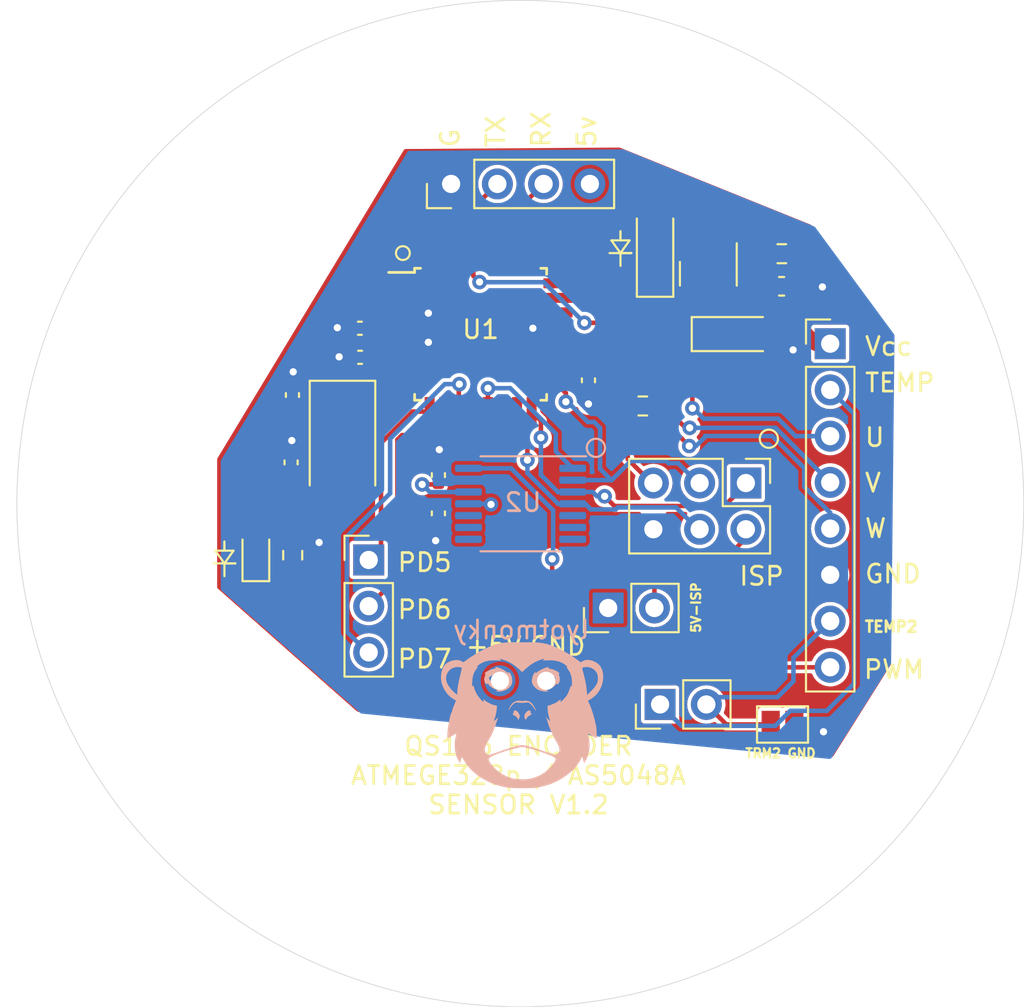
<source format=kicad_pcb>
(kicad_pcb (version 20211014) (generator pcbnew)
  (layers (0 "F.Cu" signal) (31 "B.Cu" signal) (34 "B.Paste" user) (35 "F.Paste" user) (36 "B.SilkS" user "B.Silkscreen") (37 "F.SilkS" user "F.Silkscreen") (38 "B.Mask" user) (39 "F.Mask" user) (44 "Edge.Cuts" user))
  (net 0 "")
  (net 1 "Vcc")
  (net 2 "GND")
  (net 3 "+5V")
  (net 4 "XTAL1")
  (net 5 "XTAL2")
  (net 6 "+3V3")
  (net 7 "Net-(D1-Pad2)")
  (net 8 "Net-(D2-Pad1)")
  (net 9 "MISO")
  (net 10 "ISP_5V")
  (net 11 "SCK")
  (net 12 "MOSI")
  (net 13 "RESET")
  (net 14 "TX")
  (net 15 "RX")
  (net 16 "TRM1")
  (net 17 "TRM2")
  (net 18 "PD5")
  (net 19 "PD6")
  (net 20 "PD7")
  (net 21 "U")
  (net 22 "V")
  (net 23 "W")
  (net 27 "SND")
  (net 31 "PWM")
  (net 36 "CS")
  (footprint "Jumper:SolderJumper-2_P1.3mm_Open_Pad1.0x1.5mm" (layer "F.Cu") (at 159.25 116.7 180)
    (fp_text reference "JP1" hide)
    (fp_text value "SolderJumper_2_Open")
  )
  (footprint "Capacitor_SMD:C_0402_1005Metric" (layer "F.Cu") (at 140.35 103 90)
    (fp_text reference "C9" hide)
    (fp_text value "10")
  )
  (footprint "Connector_PinHeader_2.54mm:PinHeader_1x04_P2.54mm_Vertical" (layer "F.Cu") (at 141.05 87 90)
    (fp_text reference "J1" hide)
    (fp_text value "Conn_01x04")
  )
  (footprint "Connector_PinHeader_2.54mm:PinHeader_1x08_P2.54mm_Vertical" (layer "F.Cu") (at 161.86786 95.77857)
    (fp_text reference "J5" hide)
    (fp_text value "Conn_01x08")
  )
  (footprint "LED_SMD:LED_0603_1608Metric" (layer "F.Cu") (at 130.3268 107.3402 90)
    (fp_text reference "D2" hide)
    (fp_text value "RED_LED")
  )
  (footprint "Resistor_SMD:R_0603_1608Metric" (layer "F.Cu") (at 159.2098 90.8344)
    (fp_text reference "R1" hide)
    (fp_text value "100k")
  )
  (footprint "Connector_PinHeader_2.54mm:myPinHeader_1x02_P2.54mm_Vertical" (layer "F.Cu") (at 143.73 114.3 90)
    (fp_text reference "J2" hide)
    (fp_text value "Conn_01x02")
  )
  (footprint "Package_QFP:TQFP-32_7x7mm_P0.8mm" (layer "F.Cu") (at 142.67 95.26)
    (fp_text reference "U1" hide)
    (fp_text value "ATmega328P-AU")
  )
  (footprint "Capacitor_SMD:C_0402_1005Metric" (layer "F.Cu") (at 136.05 96.525 180)
    (fp_text reference "C5" hide)
    (fp_text value "100n")
  )
  (footprint "MountingHole:MountingHole_4.3mm_M4" (layer "F.Cu") (at 156.84 125.275)
    (fp_text reference "REF**" hide)
    (fp_text value "MountingHole_4.3mm_M4")
  )
  (footprint "MountingHole:MountingHole_4.3mm_M4" (layer "F.Cu") (at 156.85 83.75)
    (fp_text reference "REF**" hide)
    (fp_text value "MountingHole_4.3mm_M4")
  )
  (footprint "MountingHole:MountingHole_4.3mm_M4" (layer "F.Cu") (at 120.85 104.56)
    (fp_text reference "REF**" hide)
    (fp_text value "MountingHole_4.3mm_M4")
  )
  (footprint "Capacitor_SMD:C_0402_1005Metric" (layer "F.Cu") (at 148.59 97.79 -90)
    (fp_text reference "C3" hide)
    (fp_text value "100n")
  )
  (footprint "Capacitor_SMD:C_0603_1608Metric" (layer "F.Cu") (at 159.1998 92.6244)
    (fp_text reference "C1" hide)
    (fp_text value "100n")
  )
  (footprint "Connector_PinSocket_2.54mm:isp_6pin" (layer "F.Cu") (at 157.2358 106.034 -90)
    (fp_text reference "ISP1" hide)
    (fp_text value "Conn_02x03_Top_Bottom")
  )
  (footprint "Capacitor_SMD:C_0402_1005Metric" (layer "F.Cu") (at 132.3348 98.5994 90)
    (fp_text reference "C6" hide)
    (fp_text value "20p")
  )
  (footprint "Capacitor_Tantalum_SMD:CP_EIA-3216-18_Kemet-A" (layer "F.Cu") (at 156.5748 95.2494)
    (fp_text reference "C2" hide)
    (fp_text value "4.7")
  )
  (footprint "Resistor_SMD:R_0603_1608Metric" (layer "F.Cu") (at 151.575 99.2)
    (fp_text reference "R2" hide)
    (fp_text value "10k")
  )
  (footprint "Capacitor_SMD:C_0402_1005Metric" (layer "F.Cu") (at 132.26 102.3 90)
    (fp_text reference "C7" hide)
    (fp_text value "20p")
  )
  (footprint "Resistor_SMD:R_0603_1608Metric" (layer "F.Cu") (at 132.3498 107.3994 -90)
    (fp_text reference "R3" hide)
    (fp_text value "20k")
  )
  (footprint "Capacitor_SMD:C_0402_1005Metric" (layer "F.Cu") (at 136.04 94.93 180)
    (fp_text reference "C4" hide)
    (fp_text value "100n")
  )
  (footprint "Connector_PinHeader_2.54mm:PinHeader_1x02_P2.54mm_Vertical" (layer "F.Cu") (at 149.675 110.3 90)
    (fp_text reference "J6" hide)
    (fp_text value "Conn_01x02")
  )
  (footprint "Crystal:Crystal_SMD_5032-2Pin_5.0x3.2mm" (layer "F.Cu") (at 135.0848 100.8644 -90)
    (fp_text reference "Y1" hide)
    (fp_text value "Crystal")
  )
  (footprint "Capacitor_SMD:C_0402_1005Metric" (layer "F.Cu") (at 140.35 105.1 -90)
    (fp_text reference "C8" hide)
    (fp_text value "100n")
  )
  (footprint "Package_TO_SOT_SMD:SOT-23" (layer "F.Cu") (at 155.1748 91.9344 -90)
    (fp_text reference "Q1" hide)
    (fp_text value "Si2319CDS")
  )
  (footprint "Diode_SMD:D_MiniMELF" (layer "F.Cu") (at 152.25 90.65 90)
    (fp_text reference "D1" hide)
    (fp_text value "BZV55C6V2")
  )
  (footprint "Connector_PinHeader_2.54mm:PinHeader_1x03_P2.54mm_Vertical" (layer "F.Cu") (at 136.5244 107.66)
    (fp_text reference "J4" hide)
    (fp_text value "Conn_01x03")
  )
  (footprint "Connector_PinHeader_2.54mm:PinHeader_1x02_P2.54mm_Vertical" (layer "F.Cu") (at 152.525 115.6 90)
    (fp_text reference "J3" hide)
    (fp_text value "Conn_01x02_Male")
  )
  (footprint "Package_SO:TSSOP-14_4.4x5mm_P0.65mm" (layer "B.Cu") (at 144.8625 104.575 180)
    (fp_text reference "U2" hide)
    (fp_text value "AS5048A")
  )
  (footprint "431181015816:monkey" (layer "B.Cu") (at 145.03 116.25 180)
    (fp_text reference "G***")
    (fp_text value "LOGO" hide)
  )
  (gr_line (start 145.7619 103.95238) (end 145.7619 104.7619) (layer "B.SilkS") (width 0.15))
  (gr_line (start 144.19048 104.14286) (end 144.19048 104.2381) (layer "B.SilkS") (width 0.15))
  (gr_line (start 144.71429 104) (end 144.61905 103.95238) (layer "B.SilkS") (width 0.15))
  (gr_line (start 145.2381 104.85714) (end 145.19048 104.7619) (layer "B.SilkS") (width 0.15))
  (gr_line (start 145.71429 104.85714) (end 145.66667 104.90476) (layer "B.SilkS") (width 0.15))
  (gr_line (start 145.38095 104.95238) (end 145.28571 104.90476) (layer "B.SilkS") (width 0.15))
  (gr_line (start 144.7619 104.04762) (end 144.71429 104) (layer "B.SilkS") (width 0.15))
  (gr_line (start 145.57143 104.95238) (end 145.38095 104.95238) (layer "B.SilkS") (width 0.15))
  (gr_line (start 144.2381 104.04762) (end 144.19048 104.14286) (layer "B.SilkS") (width 0.15))
  (gr_line (start 144.2381 104.38095) (end 144.80952 104.95238) (layer "B.SilkS") (width 0.15))
  (gr_line (start 145.7619 104.7619) (end 145.71429 104.85714) (layer "B.SilkS") (width 0.15))
  (gr_line (start 145.28571 104.90476) (end 145.2381 104.85714) (layer "B.SilkS") (width 0.15))
  (gr_line (start 145.66667 104.90476) (end 145.57143 104.95238) (layer "B.SilkS") (width 0.15))
  (gr_line (start 144.80952 104.95238) (end 144.19048 104.95238) (layer "B.SilkS") (width 0.15))
  (gr_line (start 145.19048 104.7619) (end 145.19048 103.95238) (layer "B.SilkS") (width 0.15))
  (gr_circle (center 149 101.5) (end 149.5 101.5) (layer "B.SilkS") (width 0.12) (fill none))
  (gr_line (start 144.61905 103.95238) (end 144.38095 103.95238) (layer "B.SilkS") (width 0.15))
  (gr_line (start 144.19048 104.2381) (end 144.2381 104.38095) (layer "B.SilkS") (width 0.15))
  (gr_line (start 144.28571 104) (end 144.2381 104.04762) (layer "B.SilkS") (width 0.15))
  (gr_line (start 144.38095 103.95238) (end 144.28571 104) (layer "B.SilkS") (width 0.15))
  (gr_line (start 164.21786 96.38095) (end 164.55119 95.38095) (layer "F.SilkS") (width 0.15))
  (gr_line (start 165.88453 95.71428) (end 166.075 95.71428) (layer "F.SilkS") (width 0.15))
  (gr_line (start 142.38429 95.40476) (end 142.4319 95.35714) (layer "F.SilkS") (width 0.15))
  (gr_line (start 145.92857 84.2619) (end 145.97619 84.35714) (layer "F.SilkS") (width 0.15))
  (gr_line (start 165.69405 95.90476) (end 165.74167 95.80952) (layer "F.SilkS") (width 0.15))
  (gr_line (start 138.88571 107.34762) (end 138.93333 107.44286) (layer "F.SilkS") (width 0.15))
  (gr_line (start 149.85 90.1) (end 150.85 90.1) (layer "F.SilkS") (width 0.12))
  (gr_line (start 139.3619 113.55238) (end 139.3619 112.55238) (layer "F.SilkS") (width 0.15))
  (gr_line (start 145.9881 112.85238) (end 146.13096 112.80476) (layer "F.SilkS") (width 0.15))
  (gr_line (start 143.34524 112.28095) (end 143.44048 112.23333) (layer "F.SilkS") (width 0.15))
  (gr_line (start 148.38095 84.73809) (end 148.33333 84.64286) (layer "F.SilkS") (width 0.15))
  (gr_line (start 165.33215 111) (end 165.33215 111.6) (layer "F.SilkS") (width 0.15))
  (gr_line (start 138.88571 110.27595) (end 138.8381 110.32357) (layer "F.SilkS") (width 0.15))
  (gr_line (start 164.93215 111) (end 165.13215 111.42857) (layer "F.SilkS") (width 0.15))
  (gr_line (start 165.21786 96.38095) (end 165.02738 96.38095) (layer "F.SilkS") (width 0.15))
  (gr_line (start 166.18929 111.05714) (end 166.21786 111.02857) (layer "F.SilkS") (width 0.15))
  (gr_line (start 139.88571 113.31429) (end 139.8381 113.40952) (layer "F.SilkS") (width 0.15))
  (gr_line (start 143.44048 112.23333) (end 143.67857 112.23333) (layer "F.SilkS") (width 0.15))
  (gr_line (start 148.33333 84.40476) (end 148.38095 84.30952) (layer "F.SilkS") (width 0.15))
  (gr_line (start 139.3619 107.25238) (end 139.6 107.25238) (layer "F.SilkS") (width 0.15))
  (gr_line (start 145.60715 112.09048) (end 145.55953 112.28095) (layer "F.SilkS") (width 0.15))
  (gr_line (start 139.3619 112.55238) (end 139.6 112.55238) (layer "F.SilkS") (width 0.15))
  (gr_line (start 139.88571 110.60929) (end 139.8381 110.70452) (layer "F.SilkS") (width 0.15))
  (gr_line (start 164.55119 108.83333) (end 164.59881 108.78571) (layer "F.SilkS") (width 0.15))
  (gr_line (start 164.17024 107.92857) (end 164.075 108.02381) (layer "F.SilkS") (width 0.15))
  (gr_line (start 128.6 108.55) (end 128.6 107.85) (layer "F.SilkS") (width 0.12))
  (gr_line (start 165.26548 98.38095) (end 164.78929 98.38095) (layer "F.SilkS") (width 0.15))
  (gr_line (start 166.075 108.88095) (end 166.075 107.88095) (layer "F.SilkS") (width 0.15))
  (gr_line (start 166.55119 108.73809) (end 166.45596 108.83333) (layer "F.SilkS") (width 0.15))
  (gr_line (start 138.88571 107.68095) (end 138.8381 107.72857) (layer "F.SilkS") (width 0.15))
  (gr_line (start 167.21786 97.90476) (end 166.83691 97.90476) (layer "F.SilkS") (width 0.15))
  (gr_line (start 138.88571 109.94262) (end 138.93333 110.03786) (layer "F.SilkS") (width 0.15))
  (gr_line (start 143.82143 111.85238) (end 143.34524 111.85238) (layer "F.SilkS") (width 0.15))
  (gr_line (start 139.93333 110.41881) (end 139.88571 110.60929) (layer "F.SilkS") (width 0.15))
  (gr_line (start 166.075 95.71428) (end 166.17024 95.7619) (layer "F.SilkS") (width 0.15))
  (gr_line (start 140.45238 84.30952) (end 140.45238 84.45238) (layer "F.SilkS") (width 0.15))
  (gr_line (start 146.17857 112.42381) (end 145.9881 112.42381) (layer "F.SilkS") (width 0.15))
  (gr_line (start 148.95238 83.64286) (end 148.28571 83.40476) (layer "F.SilkS") (width 0.15))
  (gr_line (start 164.45596 107.88095) (end 164.3131 107.88095) (layer "F.SilkS") (width 0.15))
  (gr_line (start 143.00333 94.69048) (end 142.9081 94.7381) (layer "F.SilkS") (width 0.15))
  (gr_line (start 142.28905 95.45238) (end 142.38429 95.40476) (layer "F.SilkS") (width 0.15))
  (gr_line (start 139.3619 108.25238) (end 139.3619 107.25238) (layer "F.SilkS") (width 0.15))
  (gr_line (start 139.93333 113.12381) (end 139.88571 113.31429) (layer "F.SilkS") (width 0.15))
  (gr_line (start 164.93215 95.7619) (end 165.02738 95.71428) (layer "F.SilkS") (width 0.15))
  (gr_line (start 165.78929 95.7619) (end 165.88453 95.71428) (layer "F.SilkS") (width 0.15))
  (gr_line (start 164.38929 111.6) (end 164.38929 111) (layer "F.SilkS") (width 0.15))
  (gr_line (start 138.3619 109.84738) (end 138.74286 109.84738) (layer "F.SilkS") (width 0.15))
  (gr_line (start 147.17857 112.85238) (end 147.17857 111.85238) (layer "F.SilkS") (width 0.15))
  (gr_line (start 164.075 108.02381) (end 164.02738 108.11905) (layer "F.SilkS") (width 0.15))
  (gr_line (start 146.13096 112.80476) (end 146.17857 112.75714) (layer "F.SilkS") (width 0.15))
  (gr_line (start 165.59881 108.88095) (end 165.59881 107.88095) (layer "F.SilkS") (width 0.15))
  (gr_line (start 148.90476 84.73809) (end 148.85714 84.78571) (layer "F.SilkS") (width 0.15))
  (gr_line (start 148.42857 84.2619) (end 148.52381 84.21429) (layer "F.SilkS") (width 0.15))
  (gr_line (start 166.83691 98.38095) (end 166.83691 97.38095) (layer "F.SilkS") (width 0.15))
  (gr_line (start 139.93333 107.68095) (end 139.93333 107.82381) (layer "F.SilkS") (width 0.15))
  (gr_line (start 140.31429 110.27595) (end 140.31429 110.6569) (layer "F.SilkS") (width 0.15))
  (gr_circle (center 138.4 90.8) (end 138.78 90.8) (layer "F.SilkS") (width 0.12) (fill none))
  (gr_line (start 150.35 89.6) (end 150.35 90.1) (layer "F.SilkS") (width 0.12))
  (gr_line (start 165.93215 111.25714) (end 165.90357 111.28571) (layer "F.SilkS") (width 0.15))
  (gr_line (start 164.59881 101.19047) (end 164.59881 100.38095) (layer "F.SilkS") (width 0.15))
  (gr_line (start 147.89286 111.85238) (end 148.03572 111.9) (layer "F.SilkS") (width 0.15))
  (gr_line (start 148.22619 112.42381) (end 148.17857 112.61429) (layer "F.SilkS") (width 0.15))
  (gr_line (start 145.78571 84.16667) (end 145.88095 84.21429) (layer "F.SilkS") (width 0.15))
  (gr_line (start 165.74167 95.80952) (end 165.78929 95.7619) (layer "F.SilkS") (width 0.15))
  (gr_line (start 142.4319 95.35714) (end 142.47952 95.2619) (layer "F.SilkS") (width 0.15))
  (gr_line (start 140.88571 110.6569) (end 140.88571 110.41881) (layer "F.SilkS") (width 0.15))
  (gr_line (start 143.29762 112.32857) (end 143.34524 112.28095) (layer "F.SilkS") (width 0.15))
  (gr_line (start 148.03572 111.9) (end 148.13096 111.99524) (layer "F.SilkS") (width 0.15))
  (gr_line (start 145.5 84.2619) (end 145.54762 84.21429) (layer "F.SilkS") (width 0.15))
  (gr_line (start 143.77381 112.28095) (end 143.82143 112.32857) (layer "F.SilkS") (width 0.15))
  (gr_line (start 144.15476 111.85238) (end 144.4881 112.85238) (layer "F.SilkS") (width 0.15))
  (gr_line (start 128.6 106.65) (end 128.6 107.15) (layer "F.SilkS") (width 0.12))
  (gr_line (start 145.75 111.9) (end 145.65476 111.99524) (layer "F.SilkS") (width 0.15))
  (gr_line (start 146.60715 112.85238) (end 146.60715 111.85238) (layer "F.SilkS") (width 0.15))
  (gr_line (start 148.17857 112.09048) (end 148.22619 112.28095) (layer "F.SilkS") (width 0.15))
  (gr_line (start 165.96072 111.11428) (end 165.96072 111.2) (layer "F.SilkS") (width 0.15))
  (gr_line (start 140.8381 110.75214) (end 140.88571 110.6569) (layer "F.SilkS") (width 0.15))
  (gr_line (start 164.83691 95.90476) (end 164.88453 95.80952) (layer "F.SilkS") (width 0.15))
  (gr_line (start 148.38095 84.30952) (end 148.42857 84.2619) (layer "F.SilkS") (width 0.15))
  (gr_line (start 164.83691 96.19047) (end 164.83691 95.90476) (layer "F.SilkS") (width 0.15))
  (gr_line (start 140.45714 109.94262) (end 140.3619 110.08548) (layer "F.SilkS") (width 0.15))
  (gr_line (start 143.82143 112.75714) (end 143.77381 112.80476) (layer "F.SilkS") (width 0.15))
  (gr_line (start 164.88453 96.28571) (end 164.83691 96.19047) (layer "F.SilkS") (width 0.15))
  (gr_line (start 166.45596 108.83333) (end 166.3131 108.88095) (layer "F.SilkS") (width 0.15))
  (gr_line (start 139.93333 107.82381) (end 139.88571 108.01429) (layer "F.SilkS") (width 0.15))
  (gr_line (start 128.6 107.15) (end 128.6 106.65) (layer "F.SilkS") (width 0.12))
  (gr_line (start 140.5 84.21429) (end 140.45238 84.30952) (layer "F.SilkS") (width 0.15))
  (gr_line (start 165.69405 97.38095) (end 166.02738 98.09524) (layer "F.SilkS") (width 0.15))
  (gr_line (start 146.45238 84.16667) (end 145.97619 84.5) (layer "F.SilkS") (width 0.15))
  (gr_line (start 148.90476 84.30952) (end 148.95238 84.40476) (layer "F.SilkS") (width 0.15))
  (gr_line (start 148.22619 112.28095) (end 148.22619 112.42381) (layer "F.SilkS") (width 0.15))
  (gr_line (start 140.3619 107.25238) (end 140.31429 107.72857) (layer "F.SilkS") (width 0.15))
  (gr_line (start 165.69405 96.19047) (end 165.69405 95.90476) (layer "F.SilkS") (width 0.15))
  (gr_line (start 140.8381 107.25238) (end 140.3619 107.25238) (layer "F.SilkS") (width 0.15))
  (gr_line (start 140.26667 112.55238) (end 140.93333 112.55238) (layer "F.SilkS") (width 0.15))
  (gr_line (start 165.02738 96.38095) (end 164.93215 96.33333) (layer "F.SilkS") (width 0.15))
  (gr_line (start 139.3619 110.84738) (end 139.3619 109.84738) (layer "F.SilkS") (width 0.15))
  (gr_line (start 143.34524 112.80476) (end 143.29762 112.75714) (layer "F.SilkS") (width 0.15))
  (gr_line (start 164.02738 108.64286) (end 164.075 108.73809) (layer "F.SilkS") (width 0.15))
  (gr_line (start 140.69524 107.63333) (end 140.79048 107.68095) (layer "F.SilkS") (width 0.15))
  (gr_line (start 141.45238 84.35714) (end 141.40476 84.21429) (layer "F.SilkS") (width 0.15))
  (gr_line (start 139.6 107.25238) (end 139.74286 107.3) (layer "F.SilkS") (width 0.15))
  (gr_line (start 143.47952 95.45238) (end 142.9081 95.45238) (layer "F.SilkS") (width 0.15))
  (gr_line (start 145.55953 112.42381) (end 145.60715 112.61429) (layer "F.SilkS") (width 0.15))
  (gr_line (start 165.88453 96.38095) (end 165.78929 96.33333) (layer "F.SilkS") (width 0.15))
  (gr_line (start 140.3619 110.08548) (end 140.31429 110.27595) (layer "F.SilkS") (width 0.15))
  (gr_line (start 165.61786 111.6) (end 165.61786 111) (layer "F.SilkS") (width 0.15))
  (gr_line (start 164.78929 97.85714) (end 165.12262 97.85714) (layer "F.SilkS") (width 0.15))
  (gr_line (start 163.84643 111) (end 164.18929 111) (layer "F.SilkS") (width 0.15))
  (gr_line (start 166.64643 108.30952) (end 166.64643 108.45238) (layer "F.SilkS") (width 0.15))
  (gr_line (start 164.675 111.6) (end 164.38929 111.6) (layer "F.SilkS") (width 0.15))
  (gr_line (start 138.74286 112.55238) (end 138.8381 112.6) (layer "F.SilkS") (width 0.15))
  (gr_line (start 166.83691 97.38095) (end 167.21786 97.38095) (layer "F.SilkS") (width 0.15))
  (gr_line (start 164.55119 106.38095) (end 164.78929 105.38095) (layer "F.SilkS") (width 0.15))
  (gr_line (start 166.075 107.88095) (end 166.3131 107.88095) (layer "F.SilkS") (width 0.15))
  (gr_line (start 167.3131 97.42857) (end 167.36072 97.47619) (layer "F.SilkS") (width 0.15))
  (gr_line (start 146.03572 111.85238) (end 145.89286 111.85238) (layer "F.SilkS") (width 0.15))
  (gr_line (start 166.075 96.38095) (end 165.88453 96.38095) (layer "F.SilkS") (width 0.15))
  (gr_line (start 148.52381 84.21429) (end 148.7619 84.21429) (layer "F.SilkS") (width 0.15))
  (gr_line (start 142.95238 84.88095) (end 142.95238 84.30952) (layer "F.SilkS") (width 0.15))
  (gr_line (start 164.38929 111.28571) (end 164.58929 111.28571) (layer "F.SilkS") (width 0.15))
  (gr_line (start 143.95238 84.59524) (end 142.95238 84.59524) (layer "F.SilkS") (width 0.15))
  (gr_line (start 140.40952 110.27595) (end 140.3619 110.32357) (layer "F.SilkS") (width 0.15))
  (gr_line (start 139.6 109.84738) (end 139.74286 109.895) (layer "F.SilkS") (width 0.15))
  (gr_line (start 144.4881 112.85238) (end 144.82143 111.85238) (layer "F.SilkS") (width 0.15))
  (gr_line (start 165.02738 95.71428) (end 165.21786 95.71428) (layer "F.SilkS") (width 0.15))
  (gr_line (start 138.74286 110.37119) (end 138.3619 110.37119) (layer "F.SilkS") (width 0.15))
  (gr_line (start 138.8381 113.02857) (end 138.74286 113.07619) (layer "F.SilkS") (width 0.15))
  (gr_line (start 148.03572 112.80476) (end 147.89286 112.85238) (layer "F.SilkS") (width 0.15))
  (gr_line (start 166.50357 111.25714) (end 166.16072 111.6) (layer "F.SilkS") (width 0.15))
  (gr_line (start 145.45238 84.7381) (end 145.45238 84.35714) (layer "F.SilkS") (width 0.15))
  (gr_line (start 167.40834 97.71428) (end 167.36072 97.80952) (layer "F.SilkS") (width 0.15))
  (gr_line (start 140.31429 107.72857) (end 140.3619 107.68095) (layer "F.SilkS") (width 0.15))
  (gr_line (start 166.3131 108.88095) (end 166.075 108.88095) (layer "F.SilkS") (width 0.15))
  (gr_line (start 139.88571 108.01429) (end 139.8381 108.10952) (layer "F.SilkS") (width 0.15))
  (gr_line (start 140.88571 108.0619) (end 140.8381 108.15714) (layer "F.SilkS") (width 0.15))
  (gr_line (start 164.55119 107.92857) (end 164.45596 107.88095) (layer "F.SilkS") (width 0.15))
  (gr_line (start 145.64286 84.16667) (end 145.78571 84.16667) (layer "F.SilkS") (width 0.15))
  (gr_line (start 139.6 113.55238) (end 139.3619 113.55238) (layer "F.SilkS") (width 0.15))
  (gr_line (start 166.41786 111) (end 166.475 111.02857) (layer "F.SilkS") (width 0.15))
  (gr_line (start 167.36072 97.80952) (end 167.3131 97.85714) (layer "F.SilkS") (width 0.15))
  (gr_line (start 166.45596 107.92857) (end 166.55119 108.02381) (layer "F.SilkS") (width 0.15))
  (gr_line (start 148.13096 111.99524) (end 148.17857 112.09048) (layer "F.SilkS") (width 0.15))
  (gr_line (start 166.50357 111.05714) (end 166.53215 111.11428) (layer "F.SilkS") (width 0.15))
  (gr_line (start 142.95238 84.07143) (end 143.95238 83.40476) (layer "F.SilkS") (width 0.15))
  (gr_line (start 139.6 112.55238) (end 139.74286 112.6) (layer "F.SilkS") (width 0.15))
  (gr_line (start 146.17857 112.75714) (end 146.17857 112.42381) (layer "F.SilkS") (width 0.15))
  (gr_line (start 138.8381 110.32357) (end 138.74286 110.37119) (layer "F.SilkS") (width 0.15))
  (gr_line (start 165.93215 111.05714) (end 165.96072 111.11428) (layer "F.SilkS") (width 0.15))
  (gr_line (start 143.44048 112.85238) (end 143.34524 112.80476) (layer "F.SilkS") (width 0.15))
  (gr_line (start 165.90357 111.28571) (end 165.84643 111.31428) (layer "F.SilkS") (width 0.15))
  (gr_line (start 140.59524 84.69048) (end 140.69048 84.73809) (layer "F.SilkS") (width 0.15))
  (gr_line (start 166.64643 108.45238) (end 166.59881 108.64286) (layer "F.SilkS") (width 0.15))
  (gr_line (start 139.74286 110.79976) (end 139.6 110.84738) (layer "F.SilkS") (width 0.15))
  (gr_line (start 140.3619 110.75214) (end 140.40952 110.79976) (layer "F.SilkS") (width 0.15))
  (gr_line (start 138.74286 107.25238) (end 138.8381 107.3) (layer "F.SilkS") (width 0.15))
  (gr_line (start 145.89286 111.85238) (end 145.75 111.9) (layer "F.SilkS") (width 0.15))
  (gr_line (start 164.93215 111.6) (end 164.93215 111) (layer "F.SilkS") (width 0.15))
  (gr_line (start 164.01786 111.6) (end 164.01786 111) (layer "F.SilkS") (width 0.15))
  (gr_line (start 146.45238 84.7381) (end 145.45238 84.7381) (layer "F.SilkS") (width 0.15))
  (gr_line (start 145.75 112.80476) (end 145.89286 112.85238) (layer "F.SilkS") (width 0.15))
  (gr_line (start 138.3619 112.55238) (end 138.74286 112.55238) (layer "F.SilkS") (width 0.15))
  (gr_line (start 145.55953 112.28095) (end 145.55953 112.42381) (layer "F.SilkS") (width 0.15))
  (gr_line (start 147.89286 112.85238) (end 147.65476 112.85238) (layer "F.SilkS") (width 0.15))
  (gr_line (start 164.3131 108.88095) (end 164.40834 108.88095) (layer "F.SilkS") (width 0.15))
  (gr_line (start 145.45238 83.83333) (end 146.45238 83.16667) (layer "F.SilkS") (width 0.15))
  (gr_line (start 139.74286 107.3) (end 139.8381 107.39524) (layer "F.SilkS") (width 0.15))
  (gr_line (start 139.74286 113.50476) (end 139.6 113.55238) (layer "F.SilkS") (width 0.15))
  (gr_line (start 140.79048 110.79976) (end 140.8381 110.75214) (layer "F.SilkS") (width 0.15))
  (gr_line (start 141.35714 84.16667) (end 141.02381 84.16667) (layer "F.SilkS") (width 0.15))
  (gr_line (start 139.8381 113.40952) (end 139.74286 113.50476) (layer "F.SilkS") (width 0.15))
  (gr_line (start 164.50357 101.33333) (end 164.55119 101.28571) (layer "F.SilkS") (width 0.15))
  (gr_line (start 138.93333 110.18071) (end 138.88571 110.27595) (layer "F.SilkS") (width 0.15))
  (gr_line (start 145.65476 112.70952) (end 145.75 112.80476) (layer "F.SilkS") (width 0.15))
  (gr_line (start 165.21786 95.71428) (end 165.3131 95.7619) (layer "F.SilkS") (width 0.15))
  (gr_line (start 141.40476 84.59524) (end 141.45238 84.45238) (layer "F.SilkS") (width 0.15))
  (gr_line (start 145.89286 112.85238) (end 145.9881 112.85238) (layer "F.SilkS") (width 0.15))
  (gr_line (start 141.30952 84.69048) (end 141.40476 84.59524) (layer "F.SilkS") (width 0.15))
  (gr_line (start 143.67857 112.85238) (end 143.44048 112.85238) (layer "F.SilkS") (width 0.15))
  (gr_line (start 140.6 109.84738) (end 140.50476 109.895) (layer "F.SilkS") (width 0.15))
  (gr_line (start 163.88453 95.38095) (end 164.21786 96.38095) (layer "F.SilkS") (width 0.15))
  (gr_line (start 148.7619 84.21429) (end 148.85714 84.2619) (layer "F.SilkS") (width 0.15))
  (gr_line (start 164.17024 108.83333) (end 164.3131 108.88095) (layer "F.SilkS") (width 0.15))
  (gr_line (start 165.78929 96.33333) (end 165.74167 96.28571) (layer "F.SilkS") (width 0.15))
  (gr_line (start 141.9081 95.2619) (end 141.95571 95.35714) (layer "F.SilkS") (width 0.15))
  (gr_line (start 164.59881 108.45238) (end 164.40834 108.45238) (layer "F.SilkS") (width 0.15))
  (gr_line (start 138.3619 107.25238) (end 138.74286 107.25238) (layer "F.SilkS") (width 0.15))
  (gr_line (start 140.88095 84.78571) (end 141.02381 84.78571) (layer "F.SilkS") (width 0.15))
  (gr_line (start 139.8381 107.39524) (end 139.88571 107.49048) (layer "F.SilkS") (width 0.15))
  (gr_line (start 166.59881 108.64286) (end 166.55119 108.73809) (layer "F.SilkS") (width 0.15))
  (gr_line (start 164.075 101.28571) (end 164.12262 101.33333) (layer "F.SilkS") (width 0.15))
  (gr_line (start 165.84643 111.31428) (end 165.61786 111.31428) (layer "F.SilkS") (width 0.15))
  (gr_line (start 139.8381 112.69524) (end 139.88571 112.79048) (layer "F.SilkS") (width 0.15))
  (gr_line (start 143.19381 94.45238) (end 143.09857 94.59524) (layer "F.SilkS") (width 0.15))
  (gr_line (start 139.93333 110.27595) (end 139.93333 110.41881) (layer "F.SilkS") (width 0.15))
  (gr_line (start 139.93333 112.98095) (end 139.93333 113.12381) (layer "F.SilkS") (width 0.15))
  (gr_line (start 141.95571 95.35714) (end 142.00333 95.40476) (layer "F.SilkS") (width 0.15))
  (gr_line (start 164.78929 98.38095) (end 164.78929 97.38095) (layer "F.SilkS") (width 0.15))
  (gr_line (start 141.02381 84.78571) (end 141.21429 84.73809) (layer "F.SilkS") (width 0.15))
  (gr_line (start 148.42857 84.78571) (end 148.38095 84.73809) (layer "F.SilkS") (width 0.15))
  (gr_line (start 150.35 90.8) (end 150.85 90.1) (layer "F.SilkS") (width 0.12))
  (gr_line (start 166.36072 97.38095) (end 166.36072 98.38095) (layer "F.SilkS") (width 0.15))
  (gr_line (start 145.54762 84.21429) (end 145.64286 84.16667) (layer "F.SilkS") (width 0.15))
  (gr_line (start 165.02738 108.88095) (end 165.02738 107.88095) (layer "F.SilkS") (width 0.15))
  (gr_line (start 148.17857 112.61429) (end 148.13096 112.70952) (layer "F.SilkS") (width 0.15))
  (gr_line (start 140.79048 108.20476) (end 140.69524 108.25238) (layer "F.SilkS") (width 0.15))
  (gr_line (start 166.3131 107.88095) (end 166.45596 107.92857) (layer "F.SilkS") (width 0.15))
  (gr_line (start 138.8381 112.6) (end 138.88571 112.64762) (layer "F.SilkS") (width 0.15))
  (gr_line (start 145.65476 111.99524) (end 145.60715 112.09048) (layer "F.SilkS") (width 0.15))
  (gr_line (start 148.85714 84.2619) (end 148.90476 84.30952) (layer "F.SilkS") (width 0.15))
  (gr_line (start 148.95238 84.40476) (end 148.95238 84.64286) (layer "F.SilkS") (width 0.15))
  (gr_line (start 143.77381 112.80476) (end 143.67857 112.85238) (layer "F.SilkS") (width 0.15))
  (gr_line (start 165.02738 107.88095) (end 165.59881 108.88095) (layer "F.SilkS") (width 0.15))
  (gr_line (start 141.40476 84.21429) (end 141.35714 84.16667) (layer "F.SilkS") (width 0.15))
  (gr_line (start 140.79048 109.84738) (end 140.6 109.84738) (layer "F.SilkS") (width 0.15))
  (gr_line (start 140.45714 108.25238) (end 140.3619 108.20476) (layer "F.SilkS") (width 0.15))
  (gr_line (start 145.60715 112.61429) (end 145.65476 112.70952) (layer "F.SilkS") (width 0.15))
  (gr_line (start 138.93333 107.44286) (end 138.93333 107.58571) (layer "F.SilkS") (width 0.15))
  (gr_line (start 138.93333 110.03786) (end 138.93333 110.18071) (layer "F.SilkS") (width 0.15))
  (gr_line (start 139.6 110.84738) (end 139.3619 110.84738) (layer "F.SilkS") (width 0.15))
  (gr_line (start 142.10715 112.47143) (end 142.86905 112.47143) (layer "F.SilkS") (width 0.15))
  (gr_line (start 140.5 84.59524) (end 140.59524 84.69048) (layer "F.SilkS") (width 0.15))
  (gr_line (start 166.275 111) (end 166.41786 111) (layer "F.SilkS") (width 0.15))
  (gr_line (start 138.3619 110.84738) (end 138.3619 109.84738) (layer "F.SilkS") (width 0.15))
  (gr_line (start 164.3131 107.88095) (end 164.17024 107.92857) (layer "F.SilkS") (width 0.15))
  (gr_line (start 138.93333 112.88571) (end 138.88571 112.98095) (layer "F.SilkS") (width 0.15))
  (gr_line (start 150.35 90.1) (end 150.35 89.6) (layer "F.SilkS") (width 0.12))
  (gr_line (start 128.1 107.15) (end 128.6 107.85) (layer "F.SilkS") (width 0.12))
  (gr_line (start 128.1 107.15) (end 129.1 107.15) (layer "F.SilkS") (width 0.12))
  (gr_line (start 150.35 91.5) (end 150.35 90.8) (layer "F.SilkS") (width 0.12))
  (gr_line (start 139.88571 112.79048) (end 139.93333 112.98095) (layer "F.SilkS") (width 0.15))
  (gr_line (start 138.8381 107.3) (end 138.88571 107.34762) (layer "F.SilkS") (width 0.15))
  (gr_line (start 147.95238 84.73809) (end 148.42857 84.78571) (layer "F.SilkS") (width 0.15))
  (gr_line (start 140.50476 110.84738) (end 140.69524 110.84738) (layer "F.SilkS") (width 0.15))
  (gr_line (start 140.93333 112.55238) (end 140.50476 113.55238) (layer "F.SilkS") (width 0.15))
  (gr_line (start 146.13096 111.9) (end 146.03572 111.85238) (layer "F.SilkS") (width 0.15))
  (gr_line (start 148.28571 83.88095) (end 148.95238 83.64286) (layer "F.SilkS") (width 0.15))
  (gr_line (start 142.09857 95.45238) (end 142.28905 95.45238) (layer "F.SilkS") (width 0.15))
  (gr_line (start 165.96072 111.2) (end 165.93215 111.25714) (layer "F.SilkS") (width 0.15))
  (gr_line (start 141.45238 84.45238) (end 141.45238 84.35714) (layer "F.SilkS") (width 0.15))
  (gr_line (start 166.17024 96.33333) (end 166.075 96.38095) (layer "F.SilkS") (width 0.15))
  (gr_line (start 143.09857 94.59524) (end 143.00333 94.69048) (layer "F.SilkS") (width 0.15))
  (gr_line (start 164.78929 97.38095) (end 165.26548 97.38095) (layer "F.SilkS") (width 0.15))
  (gr_line (start 128 107.85) (end 129.2 107.85) (layer "F.SilkS") (width 0.12))
  (gr_line (start 139.8381 109.99024) (end 139.88571 110.08548) (layer "F.SilkS") (width 0.15))
  (gr_line (start 138.74286 113.07619) (end 138.3619 113.07619) (layer "F.SilkS") (width 0.15))
  (gr_line (start 140.3619 108.20476) (end 140.31429 108.15714) (layer "F.SilkS") (width 0.15))
  (gr_line (start 143.67857 112.23333) (end 143.77381 112.28095) (layer "F.SilkS") (width 0.15))
  (gr_line (start 145.45238 83.16667) (end 146.45238 83.83333) (layer "F.SilkS") (width 0.15))
  (gr_line (start 143.86905 112.42381) (end 143.86905 112.6619) (layer "F.SilkS") (width 0.15))
  (gr_line (start 164.02738 101.19047) (end 164.075 101.28571) (layer "F.SilkS") (width 0.15))
  (gr_line (start 142.95238 83.40476) (end 143.95238 84.07143) (layer "F.SilkS") (width 0.15))
  (gr_line (start 140.31429 110.6569) (end 140.3619 110.75214) (layer "F.SilkS") (width 0.15))
  (gr_line (start 147.65476 112.85238) (end 147.65476 111.85238) (layer "F.SilkS") (width 0.15))
  (gr_line (start 149.85 90.1) (end 150.35 90.8) (layer "F.SilkS") (width 0.12))
  (gr_line (start 138.88571 112.98095) (end 138.8381 113.02857) (layer "F.SilkS") (width 0.15))
  (gr_line (start 166.475 111.02857) (end 166.50357 111.05714) (layer "F.SilkS") (width 0.15))
  (gr_line (start 165.61786 111) (end 165.84643 111) (layer "F.SilkS") (width 0.15))
  (gr_line (start 142.4881 112.85238) (end 142.4881 112.09048) (layer "F.SilkS") (width 0.15))
  (gr_line (start 148.95238 84.64286) (end 148.90476 84.73809) (layer "F.SilkS") (width 0.15))
  (gr_line (start 167.36072 97.47619) (end 167.40834 97.57143) (layer "F.SilkS") (width 0.15))
  (gr_line (start 163.97976 108.45238) (end 164.02738 108.64286) (layer "F.SilkS") (width 0.15))
  (gr_line (start 146.60715 111.85238) (end 147.17857 112.85238) (layer "F.SilkS") (width 0.15))
  (gr_line (start 138.93333 112.74286) (end 138.93333 112.88571) (layer "F.SilkS") (width 0.15))
  (gr_line (start 141.9081 94.45238) (end 141.9081 95.2619) (layer "F.SilkS") (width 0.15))
  (gr_line (start 147.95238 84.2619) (end 147.95238 84.73809) (layer "F.SilkS") (width 0.15))
  (gr_line (start 142.47952 95.2619) (end 142.47952 94.45238) (layer "F.SilkS") (width 0.15))
  (gr_line (start 140.3619 110.32357) (end 140.31429 110.41881) (layer "F.SilkS") (width 0.15))
  (gr_line (start 138.74286 107.77619) (end 138.3619 107.77619) (layer "F.SilkS") (width 0.15))
  (gr_line (start 164.02738 108.11905) (end 163.97976 108.30952) (layer "F.SilkS") (width 0.15))
  (gr_line (start 140.8381 108.15714) (end 140.79048 108.20476) (layer "F.SilkS") (width 0.15))
  (gr_line (start 145.45238 84.35714) (end 145.5 84.2619) (layer "F.SilkS") (width 0.15))
  (gr_line (start 140.69524 108.25238) (end 140.45714 108.25238) (layer "F.SilkS") (width 0.15))
  (gr_line (start 138.74286 109.84738) (end 138.8381 109.895) (layer "F.SilkS") (width 0.15))
  (gr_line (start 143.19381 95.45238) (end 143.19381 94.45238) (layer "F.SilkS") (width 0.15))
  (gr_line (start 140.8381 107.72857) (end 140.88571 107.82381) (layer "F.SilkS") (width 0.15))
  (gr_line (start 164.38929 111) (end 164.675 111) (layer "F.SilkS") (width 0.15))
  (gr_line (start 139.74286 109.895) (end 139.8381 109.99024) (layer "F.SilkS") (width 0.15))
  (gr_line (start 165.84643 111) (end 165.90357 111.02857) (layer "F.SilkS") (width 0.15))
  (gr_line (start 143.86905 112.6619) (end 143.82143 112.75714) (layer "F.SilkS") (width 0.15))
  (gr_line (start 141.21429 84.73809) (end 141.30952 84.69048) (layer "F.SilkS") (width 0.15))
  (gr_line (start 166.21786 111.02857) (end 166.275 111) (layer "F.SilkS") (width 0.15))
  (gr_line (start 163.88453 102.88095) (end 164.21786 103.88095) (layer "F.SilkS") (width 0.15))
  (gr_line (start 138.3619 108.25238) (end 138.3619 107.25238) (layer "F.SilkS") (width 0.15))
  (gr_line (start 140.88571 110.41881) (end 140.8381 110.32357) (layer "F.SilkS") (width 0.15))
  (gr_line (start 164.40834 108.88095) (end 164.55119 108.83333) (layer "F.SilkS") (width 0.15))
  (gr_line (start 138.93333 107.58571) (end 138.88571 107.68095) (layer "F.SilkS") (width 0.15))
  (gr_line (start 149.75 90.8) (end 150.95 90.8) (layer "F.SilkS") (width 0.12))
  (gr_line (start 166.55119 108.02381) (end 166.59881 108.11905) (layer "F.SilkS") (width 0.15))
  (gr_line (start 138.88571 112.64762) (end 138.93333 112.74286) (layer "F.SilkS") (width 0.15))
  (gr_line (start 140.40952 110.79976) (end 140.50476 110.84738) (layer "F.SilkS") (width 0.15))
  (gr_line (start 139.6 108.25238) (end 139.3619 108.25238) (layer "F.SilkS") (width 0.15))
  (gr_line (start 167.3131 97.85714) (end 167.21786 97.90476) (layer "F.SilkS") (width 0.15))
  (gr_line (start 164.40834 101.38095) (end 164.50357 101.33333) (layer "F.SilkS") (width 0.15))
  (gr_line (start 165.69405 98.38095) (end 165.69405 97.38095) (layer "F.SilkS") (width 0.15))
  (gr_line (start 148.33333 84.64286) (end 148.33333 84.40476) (layer "F.SilkS") (width 0.15))
  (gr_line (start 140.79048 107.68095) (end 140.8381 107.72857) (layer "F.SilkS") (width 0.15))
  (gr_line (start 163.93215 105.38095) (end 164.17024 106.38095) (layer "F.SilkS") (width 0.15))
  (gr_line (start 140.45714 107.63333) (end 140.69524 107.63333) (layer "F.SilkS") (width 0.15))
  (gr_line (start 139.74286 112.6) (end 139.8381 112.69524) (layer "F.SilkS") (width 0.15))
  (gr_line (start 166.53215 111.17143) (end 166.50357 111.25714) (layer "F.SilkS") (width 0.15))
  (gr_line (start 164.55119 101.28571) (end 164.59881 101.19047) (layer "F.SilkS") (width 0.15))
  (gr_line (start 140.79048 110.27595) (end 140.69524 110.22833) (layer "F.SilkS") (width 0.15))
  (gr_line (start 164.36072 105.66667) (end 164.55119 106.38095) (layer "F.SilkS") (width 0.15))
  (gr_line (start 147.65476 111.85238) (end 147.89286 111.85238) (layer "F.SilkS") (width 0.15))
  (gr_line (start 138.3619 113.55238) (end 138.3619 112.55238) (layer "F.SilkS") (width 0.15))
  (gr_line (start 167.21786 97.38095) (end 167.3131 97.42857) (layer "F.SilkS") (width 0.15))
  (gr_line (start 165.13215 111.42857) (end 165.33215 111) (layer "F.SilkS") (width 0.15))
  (gr_line (start 139.88571 107.49048) (end 139.93333 107.68095) (layer "F.SilkS") (width 0.15))
  (gr_line (start 139.74286 108.20476) (end 139.6 108.25238) (layer "F.SilkS") (width 0.15))
  (gr_line (start 140.69524 110.84738) (end 140.79048 110.79976) (layer "F.SilkS") (width 0.15))
  (gr_line (start 138.8381 109.895) (end 138.88571 109.94262) (layer "F.SilkS") (width 0.15))
  (gr_line (start 145.88095 84.21429) (end 145.92857 84.2619) (layer "F.SilkS") (width 0.15))
  (gr_line (start 148.13096 112.70952) (end 148.03572 112.80476) (layer "F.SilkS") (width 0.15))
  (gr_line (start 140.69048 84.73809) (end 140.88095 84.78571) (layer "F.SilkS") (width 0.15))
  (gr_line (start 140.69524 110.22833) (end 140.50476 110.22833) (layer "F.SilkS") (width 0.15))
  (gr_line (start 166.02738 98.09524) (end 166.36072 97.38095) (layer "F.SilkS") (width 0.15))
  (gr_line (start 166.59881 108.11905) (end 166.64643 108.30952) (layer "F.SilkS") (width 0.15))
  (gr_line (start 139.8381 110.70452) (end 139.74286 110.79976) (layer "F.SilkS") (width 0.15))
  (gr_line (start 140.88571 107.82381) (end 140.88571 108.0619) (layer "F.SilkS") (width 0.15))
  (gr_line (start 138.8381 107.72857) (end 138.74286 107.77619) (layer "F.SilkS") (width 0.15))
  (gr_line (start 164.88453 95.80952) (end 164.93215 95.7619) (layer "F.SilkS") (width 0.15))
  (gr_line (start 166.16072 111.6) (end 166.53215 111.6) (layer "F.SilkS") (width 0.15))
  (gr_line (start 139.3619 109.84738) (end 139.6 109.84738) (layer "F.SilkS") (width 0.15))
  (gr_line (start 164.075 108.73809) (end 164.17024 108.83333) (layer "F.SilkS") (width 0.15))
  (gr_line (start 164.12262 101.33333) (end 164.21786 101.38095) (layer "F.SilkS") (width 0.15))
  (gr_line (start 163.97976 108.30952) (end 163.97976 108.45238) (layer "F.SilkS") (width 0.15))
  (gr_line (start 163.88453 97.38095) (end 164.45596 97.38095) (layer "F.SilkS") (width 0.15))
  (gr_line (start 140.8381 110.32357) (end 140.79048 110.27595) (layer "F.SilkS") (width 0.15))
  (gr_line (start 165.90357 111.02857) (end 165.93215 111.05714) (layer "F.SilkS") (width 0.15))
  (gr_line (start 139.8381 108.10952) (end 139.74286 108.20476) (layer "F.SilkS") (width 0.15))
  (gr_line (start 165.3131 96.33333) (end 165.21786 96.38095) (layer "F.SilkS") (width 0.15))
  (gr_line (start 164.02738 100.38095) (end 164.02738 101.19047) (layer "F.SilkS") (width 0.15))
  (gr_line (start 129.2 107.85) (end 128.6 107.85) (layer "F.SilkS") (width 0.12))
  (gr_line (start 167.40834 97.57143) (end 167.40834 97.71428) (layer "F.SilkS") (width 0.15))
  (gr_line (start 164.21786 101.38095) (end 164.40834 101.38095) (layer "F.SilkS") (width 0.15))
  (gr_line (start 165.74167 96.28571) (end 165.69405 96.19047) (layer "F.SilkS") (width 0.15))
  (gr_line (start 128.6 107.85) (end 129.1 107.15) (layer "F.SilkS") (width 0.12))
  (gr_line (start 142.00333 95.40476) (end 142.09857 95.45238) (layer "F.SilkS") (width 0.15))
  (gr_line (start 141.02381 84.16667) (end 141.02381 84.35714) (layer "F.SilkS") (width 0.15))
  (gr_line (start 140.50476 110.22833) (end 140.40952 110.27595) (layer "F.SilkS") (width 0.15))
  (gr_line (start 164.93215 96.33333) (end 164.88453 96.28571) (layer "F.SilkS") (width 0.15))
  (gr_line (start 140.45238 84.45238) (end 140.5 84.59524) (layer "F.SilkS") (width 0.15))
  (gr_line (start 145.97619 84.35714) (end 145.97619 84.7381) (layer "F.SilkS") (width 0.15))
  (gr_line (start 139.88571 110.08548) (end 139.93333 110.27595) (layer "F.SilkS") (width 0.15))
  (gr_line (start 166.53215 111.11428) (end 166.53215 111.17143) (layer "F.SilkS") (width 0.15))
  (gr_line (start 140.50476 109.895) (end 140.45714 109.94262) (layer "F.SilkS") (width 0.15))
  (gr_line (start 164.59881 108.78571) (end 164.59881 108.45238) (layer "F.SilkS") (width 0.15))
  (gr_line (start 140.3619 107.68095) (end 140.45714 107.63333) (layer "F.SilkS") (width 0.15))
  (gr_line (start 164.21786 103.88095) (end 164.55119 102.88095) (layer "F.SilkS") (width 0.15))
  (gr_line (start 143.82143 112.32857) (end 143.86905 112.42381) (layer "F.SilkS") (width 0.15))
  (gr_circle (center 158.5 101) (end 159 101) (layer "F.SilkS") (width 0.12) (fill none))
  (gr_line (start 143.34524 111.85238) (end 143.29762 112.32857) (layer "F.SilkS") (width 0.15))
  (gr_line (start 150.95 90.8) (end 150.35 90.8) (layer "F.SilkS") (width 0.12))
  (gr_line (start 164.17024 98.38095) (end 164.17024 97.38095) (layer "F.SilkS") (width 0.15))
  (gr_line (start 164.17024 106.38095) (end 164.36072 105.66667) (layer "F.SilkS") (width 0.15))
  (gr_circle (center 144.85 104.56172) (end 172.49792 104.56172) (layer "Edge.Cuts") (width 0.04) (fill none))
  (gr_text "lyotmonky" (at 144.9 111.5) (layer "B.SilkS") (effects (font (size 1 1)) (justify mirror)))
  (gr_text "TRM2 GND" (at 159.1418 118.2836) (layer "F.SilkS") (effects (font (size 0.5 0.5) (thickness 0.125))))
  (gr_text "5V-ISP\n" (at 154.5 110.275 90) (layer "F.SilkS") (effects (font (size 0.5 0.5) (thickness 0.125))))
  (gr_text "PWM" (at 165.36786 113.67857) (layer "F.SilkS") (effects (font (size 1 1))))
  (gr_text "ISP\n" (at 158.1 108.55) (layer "F.SilkS") (effects (font (size 1 1))))
  (gr_text "QS165 ENCODER\nATMEGE328p / AS5048A\nSENSOR V1.2" (at 144.75 119.5) (layer "F.SilkS") (effects (font (size 1 1))))
  (segment (start 155.39 92.66) (end 155.1525 92.8975) (width 0.8) (layer "F.Cu") (net 1))
  (segment (start 158.395 92.66) (end 155.39 92.66) (width 0.8) (layer "F.Cu") (net 1))
  (segment (start 155.1525 92.8975) (end 155.1525 95.2125) (width 0.8) (layer "F.Cu") (net 1))
  (segment (start 161.86786 95.77857) (end 161.07857 95.77857) (width 0.8) (layer "F.Cu") (net 1))
  (segment (start 158.4248 93.1248) (end 158.4248 92.6244) (width 0.8) (layer "F.Cu") (net 1))
  (segment (start 161.07857 95.77857) (end 158.4248 93.1248) (width 0.8) (layer "F.Cu") (net 1))
  (segment (start 155.1525 95.2125) (end 155.21 95.27) (width 0.8) (layer "F.Cu") (net 1))
  (segment (start 140.34 105.57) (end 140.34 106.46) (width 0.25) (layer "F.Cu") (net 2))
  (segment (start 146.92 94.86) (end 145.61 94.86) (width 0.25) (layer "F.Cu") (net 2))
  (segment (start 160.01 90.86) (end 160.01 92.595) (width 0.8) (layer "F.Cu") (net 2))
  (segment (start 161.1 116.7) (end 161.5 117.1) (width 0.25) (layer "F.Cu") (net 2))
  (segment (start 159.9 116.7) (end 161.1 116.7) (width 0.25) (layer "F.Cu") (net 2))
  (segment (start 145.61 94.86) (end 145.54 94.93) (width 0.25) (layer "F.Cu") (net 2))
  (segment (start 132.26 101.14) (end 132.3 101.1) (width 0.25) (layer "F.Cu") (net 2))
  (segment (start 160.01 92.595) (end 159.945 92.66) (width 0.8) (layer "F.Cu") (net 2))
  (segment (start 135.56 94.93) (end 134.83 94.93) (width 0.25) (layer "F.Cu") (net 2))
  (segment (start 140.34 102.52) (end 140.34 101.66) (width 0.25) (layer "F.Cu") (net 2))
  (segment (start 159.83 96.12) (end 158.76 96.12) (width 0.8) (layer "F.Cu") (net 2))
  (segment (start 140.34 106.46) (end 140.2 106.6) (width 0.25) (layer "F.Cu") (net 2))
  (segment (start 138.42 94.06) (end 139.76 94.06) (width 0.25) (layer "F.Cu") (net 2))
  (segment (start 139.76 94.06) (end 139.8 94.1) (width 0.25) (layer "F.Cu") (net 2))
  (segment (start 133.695 106.595) (end 133.8 106.7) (width 0.25) (layer "F.Cu") (net 2))
  (segment (start 139.76 95.66) (end 139.8 95.7) (width 0.25) (layer "F.Cu") (net 2))
  (segment (start 132.32 106.595) (end 133.695 106.595) (width 0.25) (layer "F.Cu") (net 2))
  (segment (start 159.945 92.66) (end 161.44 92.66) (width 0.8) (layer "F.Cu") (net 2))
  (segment (start 134.93 96.53) (end 134.9 96.5) (width 0.25) (layer "F.Cu") (net 2))
  (segment (start 158.76 96.12) (end 157.91 95.27) (width 0.8) (layer "F.Cu") (net 2))
  (segment (start 135.58 96.53) (end 134.93 96.53) (width 0.25) (layer "F.Cu") (net 2))
  (segment (start 140.34 101.66) (end 140.4 101.6) (width 0.25) (layer "F.Cu") (net 2))
  (segment (start 134.83 94.93) (end 134.8 94.9) (width 0.25) (layer "F.Cu") (net 2))
  (segment (start 148.59 98.27) (end 148.59 99.09) (width 0.25) (layer "F.Cu") (net 2))
  (segment (start 132.31 98.14) (end 132.31 97.39) (width 0.25) (layer "F.Cu") (net 2))
  (segment (start 138.42 95.66) (end 139.76 95.66) (width 0.25) (layer "F.Cu") (net 2))
  (segment (start 132.26 101.84) (end 132.26 101.14) (width 0.25) (layer "F.Cu") (net 2))
  (via (at 140.2 106.6) (size 0.8) (drill 0.4) (layers "F.Cu" "B.Cu") (net 2))
  (via (at 132.3 101.1) (size 0.8) (drill 0.4) (layers "F.Cu" "B.Cu") (net 2))
  (via (at 139.8 95.7) (size 0.8) (drill 0.4) (layers "F.Cu" "B.Cu") (net 2))
  (via (at 134.8 94.9) (size 0.8) (drill 0.4) (layers "F.Cu" "B.Cu") (net 2))
  (via (at 145.54 94.93) (size 0.8) (drill 0.4) (layers "F.Cu" "B.Cu") (net 2))
  (via (at 161.44 92.66) (size 0.8) (drill 0.4) (layers "F.Cu" "B.Cu") (net 2))
  (via (at 133.8 106.7) (size 0.8) (drill 0.4) (layers "F.Cu" "B.Cu") (net 2))
  (via (at 139.8 94.1) (size 0.8) (drill 0.4) (layers "F.Cu" "B.Cu") (net 2))
  (via (at 140.4 101.6) (size 0.8) (drill 0.4) (layers "F.Cu" "B.Cu") (net 2))
  (via (at 161.5 117.1) (size 0.8) (drill 0.4) (layers "F.Cu" "B.Cu") (net 2))
  (via (at 132.375 97.325) (size 0.8) (drill 0.4) (layers "F.Cu" "B.Cu") (net 2))
  (via (at 148.59 99.09) (size 0.8) (drill 0.4) (layers "F.Cu" "B.Cu") (net 2))
  (via (at 134.9 96.5) (size 0.8) (drill 0.4) (layers "F.Cu" "B.Cu") (net 2))
  (via (at 159.83 96.12) (size 0.8) (drill 0.4) (layers "F.Cu" "B.Cu") (net 2))
  (segment (start 136.53 96.72) (end 135.875 97.375) (width 0.25) (layer "F.Cu") (net 3))
  (segment (start 138.42 96.46) (end 136.595 96.46) (width 0.25) (layer "F.Cu") (net 3))
  (segment (start 146.92 97.26) (end 148.54 97.26) (width 0.25) (layer "F.Cu") (net 3))
  (segment (start 148.59 97.31) (end 149.34 97.31) (width 0.25) (layer "F.Cu") (net 3))
  (segment (start 153.6531 90.9969) (end 152.25 92.4) (width 0.8) (layer "F.Cu") (net 3))
  (segment (start 154.2248 90.9969) (end 153.6531 90.9969) (width 0.8) (layer "F.Cu") (net 3))
  (segment (start 138.42 94.86) (end 136.59 94.86) (width 0.25) (layer "F.Cu") (net 3))
  (segment (start 149.34 97.31) (end 149.4 97.25) (width 0.25) (layer "F.Cu") (net 3))
  (segment (start 136.53 96.525) (end 136.53 96.72) (width 0.25) (layer "F.Cu") (net 3))
  (segment (start 152.25 92.4) (end 150.625 92.4) (width 0.8) (layer "F.Cu") (net 3))
  (segment (start 136.52 94.93) (end 136.52 94.17) (width 0.25) (layer "F.Cu") (net 3))
  (segment (start 143.24 104.61) (end 140.34 104.61) (width 0.25) (layer "F.Cu") (net 3))
  (via (at 143.24 104.61) (size 0.8) (drill 0.4) (layers "F.Cu" "B.Cu") (net 3))
  (segment (start 143.21 104.58) (end 143.24 104.61) (width 0.25) (layer "B.Cu") (net 3))
  (segment (start 141.9875 104.58) (end 143.21 104.58) (width 0.25) (layer "B.Cu") (net 3))
  (segment (start 136.84 97.26) (end 135.06 99.04) (width 0.25) (layer "F.Cu") (net 4))
  (segment (start 135.06 99.04) (end 132.37 99.04) (width 0.25) (layer "F.Cu") (net 4))
  (segment (start 138.42 97.26) (end 136.84 97.26) (width 0.25) (layer "F.Cu") (net 4))
  (segment (start 132.3256 102.7144) (end 132.26 102.78) (width 0.25) (layer "F.Cu") (net 5))
  (segment (start 135.0848 102.7144) (end 132.3256 102.7144) (width 0.25) (layer "F.Cu") (net 5))
  (segment (start 138.42 99.38) (end 135.06 102.74) (width 0.25) (layer "F.Cu") (net 5))
  (segment (start 138.42 98.06) (end 138.42 99.38) (width 0.25) (layer "F.Cu") (net 5))
  (segment (start 139.46 103.51) (end 140.31 103.51) (width 0.25) (layer "F.Cu") (net 6))
  (via (at 139.46 103.51) (size 0.8) (drill 0.4) (layers "F.Cu" "B.Cu") (net 6))
  (segment (start 139.88 103.93) (end 139.46 103.51) (width 0.25) (layer "B.Cu") (net 6))
  (segment (start 141.9875 103.93) (end 139.88 103.93) (width 0.25) (layer "B.Cu") (net 6))
  (segment (start 156.1248 90.9969) (end 156.1248 90.7498) (width 0.8) (layer "F.Cu") (net 7))
  (segment (start 154.275 88.9) (end 152.25 88.9) (width 0.8) (layer "F.Cu") (net 7))
  (segment (start 156.1025 91.0225) (end 156.1025 90.67763) (width 0.8) (layer "F.Cu") (net 7))
  (segment (start 156.265 90.86) (end 156.1025 91.0225) (width 0.8) (layer "F.Cu") (net 7))
  (segment (start 156.1248 90.7498) (end 154.275 88.9) (width 0.8) (layer "F.Cu") (net 7))
  (segment (start 158.36 90.86) (end 156.265 90.86) (width 0.8) (layer "F.Cu") (net 7))
  (segment (start 132.32 108.245) (end 130.3775 108.245) (width 0.25) (layer "F.Cu") (net 8))
  (segment (start 156.055 104.695) (end 150.0145 104.695) (width 0.25) (layer "F.Cu") (net 9))
  (segment (start 150.0145 104.695) (end 149.48 104.1605) (width 0.25) (layer "F.Cu") (net 9))
  (segment (start 157.23 103.52) (end 156.055 104.695) (width 0.25) (layer "F.Cu") (net 9))
  (segment (start 145.98 100.94) (end 145.98 100.02) (width 0.25) (layer "F.Cu") (net 9))
  (segment (start 145.98 100.02) (end 145.47 99.51) (width 0.25) (layer "F.Cu") (net 9))
  (via (at 149.48 104.1605) (size 0.8) (drill 0.4) (layers "F.Cu" "B.Cu") (net 9))
  (via (at 145.98 100.94) (size 0.8) (drill 0.4) (layers "F.Cu" "B.Cu") (net 9))
  (segment (start 149.48 104.1605) (end 149.0605 104.1605) (width 0.25) (layer "B.Cu") (net 9))
  (segment (start 147.7125 103.93) (end 146.92 103.93) (width 0.25) (layer "B.Cu") (net 9))
  (segment (start 145.98 102.99) (end 145.98 100.94) (width 0.25) (layer "B.Cu") (net 9))
  (segment (start 149.0605 104.1605) (end 148.825 103.925) (width 0.25) (layer "B.Cu") (net 9))
  (segment (start 148.825 103.925) (end 147.725 103.925) (width 0.25) (layer "B.Cu") (net 9))
  (segment (start 146.92 103.93) (end 145.98 102.99) (width 0.25) (layer "B.Cu") (net 9))
  (segment (start 156.5 107.2) (end 153.9 107.2) (width 0.25) (layer "F.Cu") (net 10))
  (segment (start 152.215 108.885) (end 152.215 110.3) (width 0.25) (layer "F.Cu") (net 10))
  (segment (start 153.9 107.2) (end 152.215 108.885) (width 0.25) (layer "F.Cu") (net 10))
  (segment (start 157.2358 106.4642) (end 156.5 107.2) (width 0.25) (layer "F.Cu") (net 10))
  (segment (start 157.2358 105.974) (end 157.2358 106.4642) (width 0.25) (layer "F.Cu") (net 10))
  (segment (start 147.35 98.97) (end 147.35 98.49) (width 0.25) (layer "F.Cu") (net 11))
  (segment (start 147.35 98.49) (end 146.92 98.06) (width 0.25) (layer "F.Cu") (net 11))
  (via (at 147.35 98.97) (size 0.8) (drill 0.4) (layers "F.Cu" "B.Cu") (net 11))
  (segment (start 147.4447 98.97) (end 147.35 98.97) (width 0.25) (layer "B.Cu") (net 11))
  (segment (start 149.23 100.41) (end 148.9 100.08) (width 0.25) (layer "B.Cu") (net 11))
  (segment (start 147.725 103.275) (end 149.86356 103.275) (width 0.25) (layer "B.Cu") (net 11))
  (segment (start 148.5547 100.08) (end 147.4447 98.97) (width 0.25) (layer "B.Cu") (net 11))
  (segment (start 149.85 103.275) (end 149.225 102.65) (width 0.25) (layer "B.Cu") (net 11))
  (segment (start 149.23 102.295) (end 149.23 100.41) (width 0.25) (layer "B.Cu") (net 11))
  (segment (start 149.86356 103.275) (end 149.85 103.275) (width 0.25) (layer "B.Cu") (net 11))
  (segment (start 153.51428 102.34428) (end 152.99428 102.34428) (width 0.25) (layer "B.Cu") (net 11))
  (segment (start 148.9 100.08) (end 148.5547 100.08) (width 0.25) (layer "B.Cu") (net 11))
  (segment (start 152.875 102.225) (end 150.91356 102.225) (width 0.25) (layer "B.Cu") (net 11))
  (segment (start 149.225 102.65) (end 149.225 102.3) (width 0.25) (layer "B.Cu") (net 11))
  (segment (start 149.86356 103.275) (end 150.91356 102.225) (width 0.25) (layer "B.Cu") (net 11))
  (segment (start 152.99428 102.34428) (end 152.875 102.225) (width 0.25) (layer "B.Cu") (net 11))
  (segment (start 149.225 102.3) (end 149.23 102.295) (width 0.25) (layer "B.Cu") (net 11))
  (segment (start 154.69 103.52) (end 153.51428 102.34428) (width 0.25) (layer "B.Cu") (net 11))
  (segment (start 144.67 100.62) (end 144.67 99.51) (width 0.25) (layer "F.Cu") (net 12))
  (segment (start 145.24 101.19) (end 144.67 100.62) (width 0.25) (layer "F.Cu") (net 12))
  (segment (start 145.24 102.17) (end 145.24 101.19) (width 0.25) (layer "F.Cu") (net 12))
  (via (at 145.24 102.17) (size 0.8) (drill 0.4) (layers "F.Cu" "B.Cu") (net 12))
  (segment (start 153.405 104.775) (end 154.69 106.06) (width 0.25) (layer "B.Cu") (net 12))
  (segment (start 150.0895 104.8855) (end 148.724041 104.8855) (width 0.25) (layer "B.Cu") (net 12))
  (segment (start 150.2 104.775) (end 150.0895 104.8855) (width 0.25) (layer "B.Cu") (net 12))
  (segment (start 146.9336 104.58) (end 145.24 102.8864) (width 0.25) (layer "B.Cu") (net 12))
  (segment (start 147.7125 104.58) (end 146.9336 104.58) (width 0.25) (layer "B.Cu") (net 12))
  (segment (start 145.24 102.8864) (end 145.24 102.17) (width 0.25) (layer "B.Cu") (net 12))
  (segment (start 148.724041 104.8855) (end 148.413541 104.575) (width 0.25) (layer "B.Cu") (net 12))
  (segment (start 153.405 104.775) (end 150.2 104.775) (width 0.25) (layer "B.Cu") (net 12))
  (segment (start 147.725 104.575) (end 148.413541 104.575) (width 0.25) (layer "B.Cu") (net 12))
  (segment (start 142.27 92.05) (end 142.27 91.01) (width 0.25) (layer "F.Cu") (net 13))
  (segment (start 149.38 94.63) (end 150.75 96) (width 0.25) (layer "F.Cu") (net 13))
  (segment (start 150.75 99.19) (end 150.75 96) (width 0.25) (layer "F.Cu") (net 13))
  (segment (start 142.61 92.39) (end 142.27 92.05) (width 0.25) (layer "F.Cu") (net 13))
  (segment (start 149.38 94.63) (end 148.37 94.63) (width 0.25) (layer "F.Cu") (net 13))
  (segment (start 150.75 102.12) (end 150.75 99.19) (width 0.25) (layer "F.Cu") (net 13))
  (segment (start 152.15 103.52) (end 150.75 102.12) (width 0.25) (layer "F.Cu") (net 13))
  (via (at 148.37 94.63) (size 0.8) (drill 0.4) (layers "F.Cu" "B.Cu") (net 13))
  (via (at 142.61 92.39) (size 0.8) (drill 0.4) (layers "F.Cu" "B.Cu") (net 13))
  (segment (start 148.37 94.63) (end 146.14 92.4) (width 0.25) (layer "B.Cu") (net 13))
  (segment (start 146.14 92.4) (end 142.62 92.4) (width 0.25) (layer "B.Cu") (net 13))
  (segment (start 142.62 92.4) (end 142.61 92.39) (width 0.25) (layer "B.Cu") (net 13))
  (segment (start 143.58 87.005) (end 140.67 89.915) (width 0.25) (layer "F.Cu") (net 14))
  (segment (start 140.67 89.915) (end 140.67 91.01) (width 0.25) (layer "F.Cu") (net 14))
  (segment (start 141.47 91.01) (end 141.47 89.96) (width 0.25) (layer "F.Cu") (net 15))
  (segment (start 144.945 88.18) (end 146.12 87.005) (width 0.25) (layer "F.Cu") (net 15))
  (segment (start 141.47 89.96) (end 143.25 88.18) (width 0.25) (layer "F.Cu") (net 15))
  (segment (start 144.945 88.18) (end 143.25 88.18) (width 0.25) (layer "F.Cu") (net 15))
  (segment (start 158.85 116.775) (end 159.675 115.95) (width 0.25) (layer "B.Cu") (net 16))
  (segment (start 153.7 116.775) (end 158.85 116.775) (width 0.25) (layer "B.Cu") (net 16))
  (segment (start 152.525 115.6) (end 153.7 116.775) (width 0.25) (layer "B.Cu") (net 16))
  (segment (start 159.675 115.95) (end 161.678571 115.95) (width 0.25) (layer "B.Cu") (net 16))
  (segment (start 163.175 114.453571) (end 163.175 99.62571) (width 0.25) (layer "B.Cu") (net 16))
  (segment (start 161.678571 115.95) (end 163.175 114.453571) (width 0.25) (layer "B.Cu") (net 16))
  (segment (start 163.175 99.62571) (end 161.86786 98.31857) (width 0.25) (layer "B.Cu") (net 16))
  (segment (start 158.6 116.7) (end 156.165 116.7) (width 0.25) (layer "F.Cu") (net 17))
  (segment (start 156.165 116.7) (end 155.065 115.6) (width 0.25) (layer "F.Cu") (net 17))
  (segment (start 158.975 115.2) (end 155.465 115.2) (width 0.25) (layer "B.Cu") (net 17))
  (segment (start 155.465 115.2) (end 155.065 115.6) (width 0.25) (layer "B.Cu") (net 17))
  (segment (start 159.85 114.325) (end 158.975 115.2) (width 0.25) (layer "B.Cu") (net 17))
  (segment (start 161.86786 111.01857) (end 159.85 113.03643) (width 0.25) (layer "B.Cu") (net 17))
  (segment (start 159.85 113.03643) (end 159.85 114.325) (width 0.25) (layer "B.Cu") (net 17))
  (segment (start 136.5 107.7) (end 137.2 107) (width 0.25) (layer "F.Cu") (net 18))
  (segment (start 137.2 101.2364) (end 138.9264 99.51) (width 0.25) (layer "F.Cu") (net 18))
  (segment (start 137.2 107) (end 137.2 101.2364) (width 0.25) (layer "F.Cu") (net 18))
  (segment (start 138.9264 99.51) (end 139.87 99.51) (width 0.25) (layer "F.Cu") (net 18))
  (segment (start 138.1 108.6244) (end 138.1 101.05) (width 0.25) (layer "F.Cu") (net 19))
  (segment (start 136.5244 110.2) (end 138.1 108.6244) (width 0.25) (layer "F.Cu") (net 19))
  (segment (start 138.35 100.8) (end 138.1 101.05) (width 0.25) (layer "F.Cu") (net 19))
  (segment (start 140.43 100.8) (end 138.35 100.8) (width 0.25) (layer "F.Cu") (net 19))
  (segment (start 140.67 99.51) (end 140.67 100.56) (width 0.25) (layer "F.Cu") (net 19))
  (segment (start 140.67 100.56) (end 140.43 100.8) (width 0.25) (layer "F.Cu") (net 19))
  (segment (start 141.47 99.51) (end 141.47 98.03) (width 0.25) (layer "F.Cu") (net 20))
  (segment (start 141.47 98.03) (end 141.5 98) (width 0.25) (layer "F.Cu") (net 20))
  (via (at 141.5 98) (size 0.8) (drill 0.4) (layers "F.Cu" "B.Cu") (net 20))
  (segment (start 137.7 101) (end 140.7 98) (width 0.25) (layer "B.Cu") (net 20))
  (segment (start 137.7 104) (end 137.7 101) (width 0.25) (layer "B.Cu") (net 20))
  (segment (start 140.7 98) (end 141.5 98) (width 0.25) (layer "B.Cu") (net 20))
  (segment (start 135.325 111.605) (end 135.325 106.375) (width 0.25) (layer "B.Cu") (net 20))
  (segment (start 135.325 106.375) (end 137.7 104) (width 0.25) (layer "B.Cu") (net 20))
  (segment (start 136.5 112.78) (end 135.325 111.605) (width 0.25) (layer "B.Cu") (net 20))
  (segment (start 146.26 91.8) (end 148.459188 91.8) (width 0.25) (layer "F.Cu") (net 21))
  (segment (start 148.459188 91.8) (end 154.2995 97.640312) (width 0.25) (layer "F.Cu") (net 21))
  (segment (start 145.47 91.01) (end 146.26 91.8) (width 0.25) (layer "F.Cu") (net 21))
  (segment (start 154.2995 97.640312) (end 154.2995 99.325) (width 0.25) (layer "F.Cu") (net 21))
  (via (at 154.2995 99.325) (size 0.8) (drill 0.4) (layers "F.Cu" "B.Cu") (net 21))
  (segment (start 154.925 99.9) (end 159.005686 99.9) (width 0.25) (layer "B.Cu") (net 21))
  (segment (start 154.2995 99.325) (end 154.35 99.325) (width 0.25) (layer "B.Cu") (net 21))
  (segment (start 159.964256 100.85857) (end 161.86786 100.85857) (width 0.25) (layer "B.Cu") (net 21))
  (segment (start 154.35 99.325) (end 154.925 99.9) (width 0.25) (layer "B.Cu") (net 21))
  (segment (start 159.005686 99.9) (end 159.964256 100.85857) (width 0.25) (layer "B.Cu") (net 21))
  (segment (start 154.15062 100.400826) (end 153.925826 100.400826) (width 0.25) (layer "F.Cu") (net 22))
  (segment (start 153.925826 100.400826) (end 153.575 100.05) (width 0.25) (layer "F.Cu") (net 22))
  (segment (start 153.575 97.552208) (end 153.575 100.05) (width 0.25) (layer "F.Cu") (net 22))
  (segment (start 146.92 92.46) (end 148.482792 92.46) (width 0.25) (layer "F.Cu") (net 22))
  (segment (start 148.482792 92.46) (end 153.575 97.552208) (width 0.25) (layer "F.Cu") (net 22))
  (via (at 154.15062 100.400826) (size 0.8) (drill 0.4) (layers "F.Cu" "B.Cu") (net 22))
  (segment (start 158.870116 100.400826) (end 161.86786 103.39857) (width 0.25) (layer "B.Cu") (net 22))
  (segment (start 154.15062 100.400826) (end 158.870116 100.400826) (width 0.25) (layer "B.Cu") (net 22))
  (segment (start 146.92 93.26) (end 148.646396 93.26) (width 0.25) (layer "F.Cu") (net 23))
  (segment (start 148.646396 93.26) (end 153.125 97.738604) (width 0.25) (layer "F.Cu") (net 23))
  (segment (start 153.125 100.4) (end 154.125 101.4) (width 0.25) (layer "F.Cu") (net 23))
  (segment (start 153.125 97.738604) (end 153.125 100.4) (width 0.25) (layer "F.Cu") (net 23))
  (via (at 154.125 101.4) (size 0.8) (drill 0.4) (layers "F.Cu" "B.Cu") (net 23))
  (segment (start 160.441447 102.608553) (end 158.68372 100.850826) (width 0.25) (layer "B.Cu") (net 23))
  (segment (start 160.441447 103.641447) (end 160.441447 102.608553) (width 0.25) (layer "B.Cu") (net 23))
  (segment (start 155 100.850826) (end 155 100.9) (width 0.25) (layer "B.Cu") (net 23))
  (segment (start 158.68372 100.850826) (end 155 100.850826) (width 0.25) (layer "B.Cu") (net 23))
  (segment (start 154.5 101.4) (end 154.125 101.4) (width 0.25) (layer "B.Cu") (net 23))
  (segment (start 155 100.9) (end 154.5 101.4) (width 0.25) (layer "B.Cu") (net 23))
  (segment (start 161.86786 105.06786) (end 160.441447 103.641447) (width 0.25) (layer "B.Cu") (net 23))
  (segment (start 161.86786 105.93857) (end 161.86786 105.06786) (width 0.25) (layer "B.Cu") (net 23))
  (segment (start 146.6 109.8) (end 146.6 107.6) (width 0.25) (layer "F.Cu") (net 31))
  (segment (start 146.6 109.8) (end 150.35857 113.55857) (width 0.25) (layer "F.Cu") (net 31))
  (segment (start 161.86786 113.55857) (end 150.35857 113.55857) (width 0.25) (layer "F.Cu") (net 31))
  (via (at 146.6 107.6) (size 0.8) (drill 0.4) (layers "F.Cu" "B.Cu") (net 31))
  (segment (start 142 102.625) (end 144.342204 102.625) (width 0.25) (layer "B.Cu") (net 31))
  (segment (start 146.65 104.932796) (end 146.65 107.6) (width 0.25) (layer "B.Cu") (net 31))
  (segment (start 144.342204 102.625) (end 146.65 104.932796) (width 0.25) (layer "B.Cu") (net 31))
  (segment (start 143.07 98.23) (end 143.075 98.225) (width 0.25) (layer "F.Cu") (net 36))
  (segment (start 143.07 99.51) (end 143.07 98.23) (width 0.25) (layer "F.Cu") (net 36))
  (via (at 143.075 98.225) (size 0.8) (drill 0.4) (layers "F.Cu" "B.Cu") (net 36))
  (segment (start 146.8 101.7) (end 146.8 100.725) (width 0.25) (layer "B.Cu") (net 36))
  (segment (start 146.8 100.725) (end 144.3 98.225) (width 0.25) (layer "B.Cu") (net 36))
  (segment (start 147.725 102.625) (end 146.8 101.7) (width 0.25) (layer "B.Cu") (net 36))
  (segment (start 144.3 98.225) (end 143.075 98.225) (width 0.25) (layer "B.Cu") (net 36))
  (zone (net 3) (net_name "+5V") (layer "F.Cu") (connect_pads yes (clearance 0.2)) (min_thickness 0.2) (fill yes (thermal_gap 0.508) (thermal_bridge_width 0.508))
    (polygon (pts (xy 160.822354 89.249411) (xy 165.303702 95.201119) (xy 165.203702 113.401119) (xy 162 118.5) (xy 135.9 116) (xy 128.2 109.2) (xy 128.2 102.1) (xy 138.484206 85.082093) (xy 150.3 85)))
  )
  (zone (net 0) (net_name "") (layer "F.Cu") (connect_pads (clearance 0)) (min_thickness 0.254)
    (keepout (tracks allowed) (vias allowed) (pads allowed) (copperpour not_allowed) (footprints allowed))
    (fill (thermal_gap 0.508) (thermal_bridge_width 0.508))
    (polygon (pts (xy 139.475 94.5) (xy 139.45 95.275) (xy 137.175 95.325) (xy 137 95.6) (xy 136.125 95.6) (xy 136.15 94.375)))
  )
  (zone (net 0) (net_name "") (layer "F.Cu") (connect_pads (clearance 0)) (min_thickness 0.254)
    (keepout (tracks allowed) (vias allowed) (pads allowed) (copperpour not_allowed) (footprints allowed))
    (fill (thermal_gap 0.508) (thermal_bridge_width 0.508))
    (polygon (pts (xy 149 97.725) (xy 145.9 97.6) (xy 145.9 96.925) (xy 149 96.925)))
  )
  (zone (net 0) (net_name "") (layer "F.Cu") (connect_pads (clearance 0)) (min_thickness 0.254)
    (keepout (tracks allowed) (vias allowed) (pads allowed) (copperpour not_allowed) (footprints allowed))
    (fill (thermal_gap 0.508) (thermal_bridge_width 0.508))
    (polygon (pts (xy 139.475 96.775) (xy 136.975 96.875) (xy 136.075 96.95) (xy 136.075 96.05) (xy 139.475 96.05)))
  )
  (zone (net 0) (net_name "") (layer "F.Cu") (connect_pads yes (clearance 0)) (min_thickness 0.2)
    (keepout (tracks allowed) (vias allowed) (pads allowed) (copperpour not_allowed) (footprints allowed))
    (fill (thermal_gap 0.508) (thermal_bridge_width 0.508))
    (polygon (pts (xy 155.075 92.025) (xy 153.225 92.175) (xy 153.225 93.25) (xy 151.15 93.275) (xy 151.15 91.5) (xy 152.325 91.475) (xy 153.375 90.55) (xy 153.37366 90.036778) (xy 155.05 90.05)))
  )
  (zone (net 2) (net_name "GND") (layer "B.Cu") (connect_pads yes (clearance 0.2)) (min_thickness 0.2) (fill yes (thermal_gap 0.508) (thermal_bridge_width 0.508))
    (polygon (pts (xy 161.022354 89.349487) (xy 165.400074 95.295714) (xy 165.212191 113.346644) (xy 161.9 118.6) (xy 136.1 116.100076) (xy 128.4 109.300076) (xy 128.4 102.200076) (xy 138.684206 85.182169) (xy 150.5 85.100076)))
  )
)
</source>
